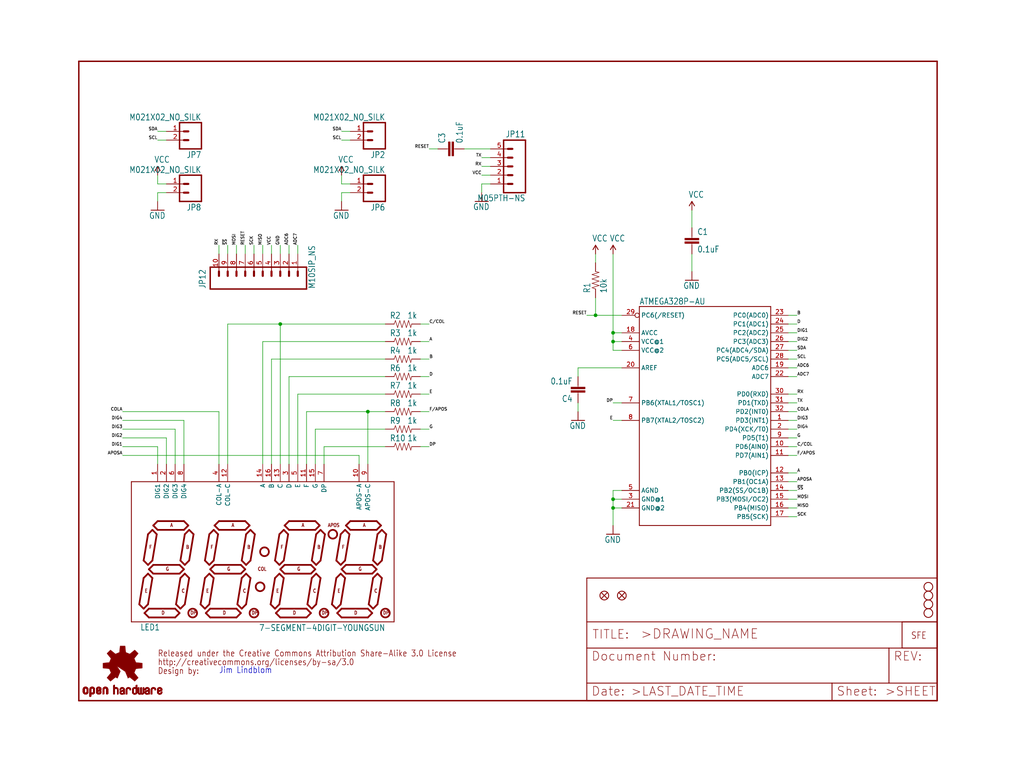
<source format=kicad_sch>
(kicad_sch (version 20211123) (generator eeschema)
  (paper "User" 297.002 223.926)
  (lib_symbols
    (symbol "eagleSchem-eagle-import:7-SEGMENT-4DIGIT-YOUNGSUN"
      (property "Reference" "LED" (at -35.56 -20.32 0))
      (property "Value" "7-SEGMENT-4DIGIT-YOUNGSUN" (at 35.56 -18.542 0))
      (symbol "7-SEGMENT-4DIGIT-YOUNGSUN_1_0"
        (text "A" (at -26.924 9.652 0) (effects (font (size 1.016 0.8636) (thickness 0.1727) bold) (justify left bottom)))
        (text "A" (at -9.144 9.652 0) (effects (font (size 1.016 0.8636) (thickness 0.1727) bold) (justify left bottom)))
        (text "A" (at 11.176 9.652 0) (effects (font (size 1.016 0.8636) (thickness 0.1727) bold) (justify left bottom)))
        (text "A" (at 28.956 9.652 0) (effects (font (size 1.016 0.8636) (thickness 0.1727) bold) (justify left bottom)))
        (text "APOS" (at 18.796 9.652 0) (effects (font (size 1.016 0.8636) (thickness 0.1727) bold) (justify left bottom)))
        (text "B" (at -22.352 3.302 0) (effects (font (size 1.016 0.8636) (thickness 0.1727) bold) (justify left bottom)))
        (text "B" (at -4.572 3.302 0) (effects (font (size 1.016 0.8636) (thickness 0.1727) bold) (justify left bottom)))
        (text "B" (at 15.748 3.302 0) (effects (font (size 1.016 0.8636) (thickness 0.1727) bold) (justify left bottom)))
        (text "B" (at 33.528 3.302 0) (effects (font (size 1.016 0.8636) (thickness 0.1727) bold) (justify left bottom)))
        (text "C" (at -23.622 -9.398 0) (effects (font (size 1.016 0.8636) (thickness 0.1727) bold) (justify left bottom)))
        (text "C" (at -5.842 -9.398 0) (effects (font (size 1.016 0.8636) (thickness 0.1727) bold) (justify left bottom)))
        (text "C" (at 14.478 -9.398 0) (effects (font (size 1.016 0.8636) (thickness 0.1727) bold) (justify left bottom)))
        (text "C" (at 32.258 -9.398 0) (effects (font (size 1.016 0.8636) (thickness 0.1727) bold) (justify left bottom)))
        (text "COL" (at -1.524 -3.048 0) (effects (font (size 1.016 0.8636) (thickness 0.1727) bold) (justify left bottom)))
        (text "D" (at -29.464 -15.748 0) (effects (font (size 1.016 0.8636) (thickness 0.1727) bold) (justify left bottom)))
        (text "D" (at -11.684 -15.748 0) (effects (font (size 1.016 0.8636) (thickness 0.1727) bold) (justify left bottom)))
        (text "D" (at 8.636 -15.748 0) (effects (font (size 1.016 0.8636) (thickness 0.1727) bold) (justify left bottom)))
        (text "D" (at 26.416 -15.748 0) (effects (font (size 1.016 0.8636) (thickness 0.1727) bold) (justify left bottom)))
        (text "DP" (at -21.082 -15.748 0) (effects (font (size 1.016 0.8636) (thickness 0.1727) bold) (justify left bottom)))
        (text "DP" (at -3.302 -15.748 0) (effects (font (size 1.016 0.8636) (thickness 0.1727) bold) (justify left bottom)))
        (text "DP" (at 17.018 -15.748 0) (effects (font (size 1.016 0.8636) (thickness 0.1727) bold) (justify left bottom)))
        (text "DP" (at 34.798 -15.748 0) (effects (font (size 1.016 0.8636) (thickness 0.1727) bold) (justify left bottom)))
        (text "E" (at -34.29 -9.398 0) (effects (font (size 1.016 0.8636) (thickness 0.1727) bold) (justify left bottom)))
        (text "E" (at -16.51 -9.398 0) (effects (font (size 1.016 0.8636) (thickness 0.1727) bold) (justify left bottom)))
        (text "E" (at 3.81 -9.398 0) (effects (font (size 1.016 0.8636) (thickness 0.1727) bold) (justify left bottom)))
        (text "E" (at 21.59 -9.398 0) (effects (font (size 1.016 0.8636) (thickness 0.1727) bold) (justify left bottom)))
        (text "F" (at -33.02 3.302 0) (effects (font (size 1.016 0.8636) (thickness 0.1727) bold) (justify left bottom)))
        (text "F" (at -15.24 3.302 0) (effects (font (size 1.016 0.8636) (thickness 0.1727) bold) (justify left bottom)))
        (text "F" (at 5.08 3.302 0) (effects (font (size 1.016 0.8636) (thickness 0.1727) bold) (justify left bottom)))
        (text "F" (at 22.86 3.302 0) (effects (font (size 1.016 0.8636) (thickness 0.1727) bold) (justify left bottom)))
        (text "G" (at -28.194 -3.048 0) (effects (font (size 1.016 0.8636) (thickness 0.1727) bold) (justify left bottom)))
        (text "G" (at -10.414 -3.048 0) (effects (font (size 1.016 0.8636) (thickness 0.1727) bold) (justify left bottom)))
        (text "G" (at 9.906 -3.048 0) (effects (font (size 1.016 0.8636) (thickness 0.1727) bold) (justify left bottom)))
        (text "G" (at 27.686 -3.048 0) (effects (font (size 1.016 0.8636) (thickness 0.1727) bold) (justify left bottom)))
        (pin bidirectional line (at -30.48 27.94 270) (length 5.08) (name "DIG1") (number "1"))
        (pin bidirectional line (at 27.94 27.94 270) (length 5.08) (name "APOS-A") (number "10"))
        (pin bidirectional line (at 12.7 27.94 270) (length 5.08) (name "F") (number "11"))
        (pin bidirectional line (at -10.16 27.94 270) (length 5.08) (name "COL-C") (number "12"))
        (pin bidirectional line (at 5.08 27.94 270) (length 5.08) (name "C") (number "13"))
        (pin bidirectional line (at 0 27.94 270) (length 5.08) (name "A") (number "14"))
        (pin bidirectional line (at 15.24 27.94 270) (length 5.08) (name "G") (number "15"))
        (pin bidirectional line (at 2.54 27.94 270) (length 5.08) (name "B") (number "16"))
        (pin bidirectional line (at -27.94 27.94 270) (length 5.08) (name "DIG2") (number "2"))
        (pin bidirectional line (at 7.62 27.94 270) (length 5.08) (name "D") (number "3"))
        (pin bidirectional line (at -12.7 27.94 270) (length 5.08) (name "COL-A") (number "4"))
        (pin bidirectional line (at 10.16 27.94 270) (length 5.08) (name "E") (number "5"))
        (pin bidirectional line (at -25.4 27.94 270) (length 5.08) (name "DIG3") (number "6"))
        (pin bidirectional line (at 17.78 27.94 270) (length 5.08) (name "DP") (number "7"))
        (pin bidirectional line (at -22.86 27.94 270) (length 5.08) (name "DIG4") (number "8"))
        (pin bidirectional line (at 30.48 27.94 270) (length 5.08) (name "APOS-C") (number "9"))
      )
    )
    (symbol "eagleSchem-eagle-import:ATMEGA168"
      (property "Reference" "U" (at -17.78 -38.1 0))
      (property "Value" "ATMEGA168" (at -17.78 28.448 0))
      (symbol "ATMEGA168_1_0"
        (pin bidirectional line (at 25.4 -5.08 180) (length 5.08) (name "PD3(INT1)") (number "1"))
        (pin bidirectional line (at 25.4 -12.7 180) (length 5.08) (name "PD6(AIN0)") (number "10"))
        (pin bidirectional line (at 25.4 -15.24 180) (length 5.08) (name "PD7(AIN1)") (number "11"))
        (pin bidirectional line (at 25.4 -20.32 180) (length 5.08) (name "PB0(ICP)") (number "12"))
        (pin bidirectional line (at 25.4 -22.86 180) (length 5.08) (name "PB1(OC1A)") (number "13"))
        (pin bidirectional line (at 25.4 -25.4 180) (length 5.08) (name "PB2(SS/OC1B)") (number "14"))
        (pin bidirectional line (at 25.4 -27.94 180) (length 5.08) (name "PB3(MOSI/OC2)") (number "15"))
        (pin bidirectional line (at 25.4 -30.48 180) (length 5.08) (name "PB4(MISO)") (number "16"))
        (pin bidirectional line (at 25.4 -33.02 180) (length 5.08) (name "PB5(SCK)") (number "17"))
        (pin bidirectional line (at -22.86 20.32 0) (length 5.08) (name "AVCC") (number "18"))
        (pin bidirectional line (at 25.4 10.16 180) (length 5.08) (name "ADC6") (number "19"))
        (pin bidirectional line (at 25.4 -7.62 180) (length 5.08) (name "PD4(XCK/T0)") (number "2"))
        (pin bidirectional line (at -22.86 10.16 0) (length 5.08) (name "AREF") (number "20"))
        (pin bidirectional line (at -22.86 -30.48 0) (length 5.08) (name "GND@2") (number "21"))
        (pin bidirectional line (at 25.4 7.62 180) (length 5.08) (name "ADC7") (number "22"))
        (pin bidirectional line (at 25.4 25.4 180) (length 5.08) (name "PC0(ADC0)") (number "23"))
        (pin bidirectional line (at 25.4 22.86 180) (length 5.08) (name "PC1(ADC1)") (number "24"))
        (pin bidirectional line (at 25.4 20.32 180) (length 5.08) (name "PC2(ADC2)") (number "25"))
        (pin bidirectional line (at 25.4 17.78 180) (length 5.08) (name "PC3(ADC3)") (number "26"))
        (pin bidirectional line (at 25.4 15.24 180) (length 5.08) (name "PC4(ADC4/SDA)") (number "27"))
        (pin bidirectional line (at 25.4 12.7 180) (length 5.08) (name "PC5(ADC5/SCL)") (number "28"))
        (pin bidirectional inverted (at -22.86 25.4 0) (length 5.08) (name "PC6(/RESET)") (number "29"))
        (pin bidirectional line (at -22.86 -27.94 0) (length 5.08) (name "GND@1") (number "3"))
        (pin bidirectional line (at 25.4 2.54 180) (length 5.08) (name "PD0(RXD)") (number "30"))
        (pin bidirectional line (at 25.4 0 180) (length 5.08) (name "PD1(TXD)") (number "31"))
        (pin bidirectional line (at 25.4 -2.54 180) (length 5.08) (name "PD2(INT0)") (number "32"))
        (pin bidirectional line (at -22.86 17.78 0) (length 5.08) (name "VCC@1") (number "4"))
        (pin bidirectional line (at -22.86 -25.4 0) (length 5.08) (name "AGND") (number "5"))
        (pin bidirectional line (at -22.86 15.24 0) (length 5.08) (name "VCC@2") (number "6"))
        (pin bidirectional line (at -22.86 0 0) (length 5.08) (name "PB6(XTAL1/TOSC1)") (number "7"))
        (pin bidirectional line (at -22.86 -5.08 0) (length 5.08) (name "PB7(XTAL2/TOSC2)") (number "8"))
        (pin bidirectional line (at 25.4 -10.16 180) (length 5.08) (name "PD5(T1)") (number "9"))
      )
    )
    (symbol "eagleSchem-eagle-import:CAP0402-CAP"
      (property "Reference" "C" (at 1.524 2.921 0))
      (property "Value" "CAP0402-CAP" (at 1.524 -2.159 0))
      (symbol "CAP0402-CAP_1_0"
        (pin passive line (at 0 5.08 270) (length 2.54) (name "1") (number "1"))
        (pin passive line (at 0 -2.54 90) (length 2.54) (name "2") (number "2"))
      )
    )
    (symbol "eagleSchem-eagle-import:CREATIVE_COMMONS"
      (symbol "CREATIVE_COMMONS_1_0"
        (text "Design by:" (at 0 0 0) (effects (font (size 1.778 1.5113)) (justify left bottom)))
        (text "http://creativecommons.org/licenses/by-sa/3.0" (at 0 2.54 0) (effects (font (size 1.778 1.5113)) (justify left bottom)))
        (text "Released under the Creative Commons Attribution Share-Alike 3.0 License" (at 0 5.08 0) (effects (font (size 1.778 1.5113)) (justify left bottom)))
      )
    )
    (symbol "eagleSchem-eagle-import:FIDUCIALUFIDUCIAL")
    (symbol "eagleSchem-eagle-import:FRAME-LETTER"
      (symbol "FRAME-LETTER_2_0"
        (text ">DRAWING_NAME" (at 15.494 17.78 0) (effects (font (size 2.7432 2.7432)) (justify left bottom)))
        (text ">LAST_DATE_TIME" (at 12.7 1.27 0) (effects (font (size 2.54 2.54)) (justify left bottom)))
        (text ">SHEET" (at 86.36 1.27 0) (effects (font (size 2.54 2.54)) (justify left bottom)))
        (text "Date:" (at 1.27 1.27 0) (effects (font (size 2.54 2.54)) (justify left bottom)))
        (text "Document Number:" (at 1.27 11.43 0) (effects (font (size 2.54 2.54)) (justify left bottom)))
        (text "REV:" (at 88.9 11.43 0) (effects (font (size 2.54 2.54)) (justify left bottom)))
        (text "Sheet:" (at 72.39 1.27 0) (effects (font (size 2.54 2.54)) (justify left bottom)))
        (text "TITLE:" (at 1.524 17.78 0) (effects (font (size 2.54 2.54)) (justify left bottom)))
      )
    )
    (symbol "eagleSchem-eagle-import:GND" (power)
      (property "Value" "GND" (at -2.54 -2.54 0))
      (symbol "GND_1_0"
        (pin power_in line (at 0 2.54 270) (length 2.54) (name "GND") (number "1"))
      )
    )
    (symbol "eagleSchem-eagle-import:LOGO-SFESK"
      (symbol "LOGO-SFESK_1_0"
        (text "SFE" (at 0 0 0) (effects (font (size 1.9304 1.6408)) (justify left bottom)))
      )
    )
    (symbol "eagleSchem-eagle-import:M021X02_NO_SILK"
      (property "Reference" "JP" (at -2.54 5.842 0))
      (property "Value" "M021X02_NO_SILK" (at -2.54 -5.08 0))
      (symbol "M021X02_NO_SILK_1_0"
        (pin passive line (at 7.62 0 180) (length 5.08) (name "1") (number "1"))
        (pin passive line (at 7.62 2.54 180) (length 5.08) (name "2") (number "2"))
      )
    )
    (symbol "eagleSchem-eagle-import:M05PTH-NS"
      (property "Reference" "JP" (at -2.54 8.382 0))
      (property "Value" "M05PTH-NS" (at -2.54 -10.16 0))
      (symbol "M05PTH-NS_1_0"
        (pin passive line (at 7.62 -5.08 180) (length 5.08) (name "1") (number "1"))
        (pin passive line (at 7.62 -2.54 180) (length 5.08) (name "2") (number "2"))
        (pin passive line (at 7.62 0 180) (length 5.08) (name "3") (number "3"))
        (pin passive line (at 7.62 2.54 180) (length 5.08) (name "4") (number "4"))
        (pin passive line (at 7.62 5.08 180) (length 5.08) (name "5") (number "5"))
      )
    )
    (symbol "eagleSchem-eagle-import:M10SIP_NS"
      (property "Reference" "JP" (at 0 8.89 0))
      (property "Value" "M10SIP_NS" (at 0 -22.86 0))
      (symbol "M10SIP_NS_1_0"
        (pin passive line (at 10.16 -17.78 180) (length 5.08) (name "1") (number "1"))
        (pin passive line (at 10.16 5.08 180) (length 5.08) (name "10") (number "10"))
        (pin passive line (at 10.16 -15.24 180) (length 5.08) (name "2") (number "2"))
        (pin passive line (at 10.16 -12.7 180) (length 5.08) (name "3") (number "3"))
        (pin passive line (at 10.16 -10.16 180) (length 5.08) (name "4") (number "4"))
        (pin passive line (at 10.16 -7.62 180) (length 5.08) (name "5") (number "5"))
        (pin passive line (at 10.16 -5.08 180) (length 5.08) (name "6") (number "6"))
        (pin passive line (at 10.16 -2.54 180) (length 5.08) (name "7") (number "7"))
        (pin passive line (at 10.16 0 180) (length 5.08) (name "8") (number "8"))
        (pin passive line (at 10.16 2.54 180) (length 5.08) (name "9") (number "9"))
      )
    )
    (symbol "eagleSchem-eagle-import:OSHW-LOGOS")
    (symbol "eagleSchem-eagle-import:RESISTOR0402-RES"
      (property "Reference" "R" (at -3.81 1.4986 0))
      (property "Value" "RESISTOR0402-RES" (at -3.81 -3.302 0))
      (symbol "RESISTOR0402-RES_1_0"
        (pin passive line (at -5.08 0 0) (length 2.54) (name "1") (number "1"))
        (pin passive line (at 5.08 0 180) (length 2.54) (name "2") (number "2"))
      )
    )
    (symbol "eagleSchem-eagle-import:STAND-OFF")
    (symbol "eagleSchem-eagle-import:VCC" (power)
      (property "Value" "VCC" (at -1.016 3.556 0))
      (symbol "VCC_1_0"
        (pin power_in line (at 0 0 90) (length 2.54) (name "VCC") (number "1"))
      )
    )
  )
  (junction (at 106.68 119.38))
  (junction (at 172.72 91.44))
  (junction (at 81.28 93.98))
  (junction (at 177.8 99.06))
  (junction (at 177.8 96.52))
  (junction (at 177.8 147.32))
  (junction (at 177.8 144.78))
  (wire (pts (xy 142.24 45.72) (xy 139.7 45.72)))
  (wire (pts (xy 83.82 73.66) (xy 83.82 71.12)))
  (wire (pts (xy 45.72 129.54) (xy 35.56 129.54)))
  (wire (pts (xy 127 43.18) (xy 124.46 43.18)))
  (wire (pts (xy 48.26 53.34) (xy 45.72 53.34)))
  (wire (pts (xy 228.6 109.22) (xy 231.14 109.22)))
  (wire (pts (xy 228.6 114.3) (xy 231.14 114.3)))
  (wire (pts (xy 106.68 119.38) (xy 88.9 119.38)))
  (wire (pts (xy 81.28 93.98) (xy 66.04 93.98)))
  (wire (pts (xy 200.66 73.66) (xy 200.66 78.74)))
  (wire (pts (xy 106.68 134.62) (xy 106.68 119.38)))
  (wire (pts (xy 180.34 121.92) (xy 177.8 121.92)))
  (wire (pts (xy 111.76 114.3) (xy 86.36 114.3)))
  (wire (pts (xy 177.8 99.06) (xy 177.8 96.52)))
  (wire (pts (xy 63.5 134.62) (xy 63.5 119.38)))
  (wire (pts (xy 101.6 55.88) (xy 99.06 55.88)))
  (wire (pts (xy 88.9 119.38) (xy 88.9 134.62)))
  (wire (pts (xy 101.6 40.64) (xy 99.06 40.64)))
  (wire (pts (xy 228.6 142.24) (xy 231.14 142.24)))
  (wire (pts (xy 66.04 93.98) (xy 66.04 134.62)))
  (wire (pts (xy 180.34 144.78) (xy 177.8 144.78)))
  (wire (pts (xy 111.76 104.14) (xy 78.74 104.14)))
  (wire (pts (xy 45.72 134.62) (xy 45.72 129.54)))
  (wire (pts (xy 228.6 101.6) (xy 231.14 101.6)))
  (wire (pts (xy 228.6 132.08) (xy 231.14 132.08)))
  (wire (pts (xy 81.28 134.62) (xy 81.28 93.98)))
  (wire (pts (xy 121.92 124.46) (xy 124.46 124.46)))
  (wire (pts (xy 121.92 114.3) (xy 124.46 114.3)))
  (wire (pts (xy 167.64 119.38) (xy 167.64 116.84)))
  (wire (pts (xy 121.92 93.98) (xy 124.46 93.98)))
  (wire (pts (xy 86.36 73.66) (xy 86.36 71.12)))
  (wire (pts (xy 66.04 73.66) (xy 66.04 71.12)))
  (wire (pts (xy 228.6 91.44) (xy 231.14 91.44)))
  (wire (pts (xy 177.8 144.78) (xy 177.8 147.32)))
  (wire (pts (xy 228.6 137.16) (xy 231.14 137.16)))
  (wire (pts (xy 142.24 48.26) (xy 139.7 48.26)))
  (wire (pts (xy 180.34 91.44) (xy 172.72 91.44)))
  (wire (pts (xy 228.6 116.84) (xy 231.14 116.84)))
  (wire (pts (xy 78.74 73.66) (xy 78.74 71.12)))
  (wire (pts (xy 172.72 91.44) (xy 172.72 86.36)))
  (wire (pts (xy 180.34 101.6) (xy 177.8 101.6)))
  (wire (pts (xy 172.72 91.44) (xy 170.18 91.44)))
  (wire (pts (xy 121.92 109.22) (xy 124.46 109.22)))
  (wire (pts (xy 180.34 142.24) (xy 177.8 142.24)))
  (wire (pts (xy 101.6 53.34) (xy 99.06 53.34)))
  (wire (pts (xy 180.34 106.68) (xy 167.64 106.68)))
  (wire (pts (xy 180.34 96.52) (xy 177.8 96.52)))
  (wire (pts (xy 99.06 53.34) (xy 99.06 50.8)))
  (wire (pts (xy 228.6 139.7) (xy 231.14 139.7)))
  (wire (pts (xy 48.26 40.64) (xy 45.72 40.64)))
  (wire (pts (xy 73.66 73.66) (xy 73.66 71.12)))
  (wire (pts (xy 99.06 58.42) (xy 99.06 55.88)))
  (wire (pts (xy 228.6 124.46) (xy 231.14 124.46)))
  (wire (pts (xy 111.76 109.22) (xy 83.82 109.22)))
  (wire (pts (xy 45.72 58.42) (xy 45.72 55.88)))
  (wire (pts (xy 172.72 76.2) (xy 172.72 73.66)))
  (wire (pts (xy 111.76 93.98) (xy 81.28 93.98)))
  (wire (pts (xy 63.5 73.66) (xy 63.5 71.12)))
  (wire (pts (xy 48.26 38.1) (xy 45.72 38.1)))
  (wire (pts (xy 139.7 55.88) (xy 139.7 53.34)))
  (wire (pts (xy 68.58 73.66) (xy 68.58 71.12)))
  (wire (pts (xy 180.34 116.84) (xy 177.8 116.84)))
  (wire (pts (xy 228.6 99.06) (xy 231.14 99.06)))
  (wire (pts (xy 53.34 121.92) (xy 35.56 121.92)))
  (wire (pts (xy 86.36 114.3) (xy 86.36 134.62)))
  (wire (pts (xy 180.34 147.32) (xy 177.8 147.32)))
  (wire (pts (xy 180.34 99.06) (xy 177.8 99.06)))
  (wire (pts (xy 228.6 121.92) (xy 231.14 121.92)))
  (wire (pts (xy 177.8 147.32) (xy 177.8 152.4)))
  (wire (pts (xy 71.12 73.66) (xy 71.12 71.12)))
  (wire (pts (xy 104.14 134.62) (xy 104.14 132.08)))
  (wire (pts (xy 76.2 99.06) (xy 76.2 134.62)))
  (wire (pts (xy 177.8 101.6) (xy 177.8 99.06)))
  (wire (pts (xy 45.72 53.34) (xy 45.72 50.8)))
  (wire (pts (xy 111.76 119.38) (xy 106.68 119.38)))
  (wire (pts (xy 228.6 106.68) (xy 231.14 106.68)))
  (wire (pts (xy 81.28 73.66) (xy 81.28 71.12)))
  (wire (pts (xy 228.6 127) (xy 231.14 127)))
  (wire (pts (xy 48.26 127) (xy 35.56 127)))
  (wire (pts (xy 121.92 129.54) (xy 124.46 129.54)))
  (wire (pts (xy 167.64 106.68) (xy 167.64 109.22)))
  (wire (pts (xy 50.8 134.62) (xy 50.8 124.46)))
  (wire (pts (xy 50.8 124.46) (xy 35.56 124.46)))
  (wire (pts (xy 228.6 149.86) (xy 231.14 149.86)))
  (wire (pts (xy 228.6 96.52) (xy 231.14 96.52)))
  (wire (pts (xy 78.74 104.14) (xy 78.74 134.62)))
  (wire (pts (xy 200.66 66.04) (xy 200.66 60.96)))
  (wire (pts (xy 228.6 144.78) (xy 231.14 144.78)))
  (wire (pts (xy 121.92 119.38) (xy 124.46 119.38)))
  (wire (pts (xy 91.44 124.46) (xy 111.76 124.46)))
  (wire (pts (xy 228.6 129.54) (xy 231.14 129.54)))
  (wire (pts (xy 121.92 104.14) (xy 124.46 104.14)))
  (wire (pts (xy 111.76 99.06) (xy 76.2 99.06)))
  (wire (pts (xy 83.82 109.22) (xy 83.82 134.62)))
  (wire (pts (xy 142.24 53.34) (xy 139.7 53.34)))
  (wire (pts (xy 228.6 119.38) (xy 231.14 119.38)))
  (wire (pts (xy 48.26 55.88) (xy 45.72 55.88)))
  (wire (pts (xy 177.8 96.52) (xy 177.8 73.66)))
  (wire (pts (xy 101.6 38.1) (xy 99.06 38.1)))
  (wire (pts (xy 93.98 129.54) (xy 111.76 129.54)))
  (wire (pts (xy 63.5 119.38) (xy 35.56 119.38)))
  (wire (pts (xy 76.2 73.66) (xy 76.2 71.12)))
  (wire (pts (xy 93.98 134.62) (xy 93.98 129.54)))
  (wire (pts (xy 48.26 134.62) (xy 48.26 127)))
  (wire (pts (xy 177.8 142.24) (xy 177.8 144.78)))
  (wire (pts (xy 142.24 50.8) (xy 139.7 50.8)))
  (wire (pts (xy 121.92 99.06) (xy 124.46 99.06)))
  (wire (pts (xy 228.6 93.98) (xy 231.14 93.98)))
  (wire (pts (xy 104.14 132.08) (xy 35.56 132.08)))
  (wire (pts (xy 53.34 134.62) (xy 53.34 121.92)))
  (wire (pts (xy 91.44 134.62) (xy 91.44 124.46)))
  (wire (pts (xy 134.62 43.18) (xy 142.24 43.18)))
  (wire (pts (xy 228.6 147.32) (xy 231.14 147.32)))
  (wire (pts (xy 228.6 104.14) (xy 231.14 104.14)))
  (text "Jim Lindblom" (at 63.5 195.58 180) (effects (font (size 1.778 1.5113)) (justify left bottom)))
  (label "DIG1" (at 35.56 129.54 180) (effects (font (size 0.889 0.889))))
  (label "MOSI" (at 68.58 71.12 90) (effects (font (size 0.889 0.889))))
  (label "DIG3" (at 231.14 121.92 0) (effects (font (size 0.889 0.889))))
  (label "TX" (at 139.7 45.72 180) (effects (font (size 0.889 0.889))))
  (label "DIG4" (at 35.56 121.92 180) (effects (font (size 0.889 0.889))))
  (label "ADC7" (at 86.36 71.12 90) (effects (font (size 0.889 0.889))))
  (label "A" (at 124.46 99.06 0) (effects (font (size 0.889 0.889))))
  (label "SCL" (at 45.72 40.64 180) (effects (font (size 0.889 0.889))))
  (label "E" (at 177.8 121.92 180) (effects (font (size 0.889 0.889))))
  (label "COLA" (at 231.14 119.38 0) (effects (font (size 0.889 0.889))))
  (label "C/COL" (at 231.14 129.54 0) (effects (font (size 0.889 0.889))))
  (label "ADC6" (at 83.82 71.12 90) (effects (font (size 0.889 0.889))))
  (label "MISO" (at 231.14 147.32 0) (effects (font (size 0.889 0.889))))
  (label "B" (at 231.14 91.44 0) (effects (font (size 0.889 0.889))))
  (label "COLA" (at 35.56 119.38 180) (effects (font (size 0.889 0.889))))
  (label "SCK" (at 231.14 149.86 0) (effects (font (size 0.889 0.889))))
  (label "RESET" (at 124.46 43.18 180) (effects (font (size 0.889 0.889))))
  (label "GND" (at 81.28 71.12 90) (effects (font (size 0.889 0.889))))
  (label "SDA" (at 231.14 101.6 0) (effects (font (size 0.889 0.889))))
  (label "APOSA" (at 35.56 132.08 180) (effects (font (size 0.889 0.889))))
  (label "~{SS}" (at 231.14 142.24 0) (effects (font (size 0.889 0.889))))
  (label "~{SS}" (at 66.04 71.12 90) (effects (font (size 0.889 0.889))))
  (label "RESET" (at 71.12 71.12 90) (effects (font (size 0.889 0.889))))
  (label "ADC6" (at 231.14 106.68 0) (effects (font (size 0.889 0.889))))
  (label "DIG2" (at 231.14 99.06 0) (effects (font (size 0.889 0.889))))
  (label "RX" (at 63.5 71.12 90) (effects (font (size 0.889 0.889))))
  (label "SCK" (at 73.66 71.12 90) (effects (font (size 0.889 0.889))))
  (label "D" (at 124.46 109.22 0) (effects (font (size 0.889 0.889))))
  (label "RX" (at 231.14 114.3 0) (effects (font (size 0.889 0.889))))
  (label "APOSA" (at 231.14 139.7 0) (effects (font (size 0.889 0.889))))
  (label "F/APOS" (at 124.46 119.38 0) (effects (font (size 0.889 0.889))))
  (label "DIG2" (at 35.56 127 180) (effects (font (size 0.889 0.889))))
  (label "SDA" (at 45.72 38.1 180) (effects (font (size 0.889 0.889))))
  (label "RESET" (at 170.18 91.44 180) (effects (font (size 0.889 0.889))))
  (label "SCL" (at 231.14 104.14 0) (effects (font (size 0.889 0.889))))
  (label "DIG1" (at 231.14 96.52 0) (effects (font (size 0.889 0.889))))
  (label "SCL" (at 99.06 40.64 180) (effects (font (size 0.889 0.889))))
  (label "G" (at 231.14 127 0) (effects (font (size 0.889 0.889))))
  (label "DIG3" (at 35.56 124.46 180) (effects (font (size 0.889 0.889))))
  (label "SDA" (at 99.06 38.1 180) (effects (font (size 0.889 0.889))))
  (label "TX" (at 231.14 116.84 0) (effects (font (size 0.889 0.889))))
  (label "MISO" (at 76.2 71.12 90) (effects (font (size 0.889 0.889))))
  (label "C/COL" (at 124.46 93.98 0) (effects (font (size 0.889 0.889))))
  (label "B" (at 124.46 104.14 0) (effects (font (size 0.889 0.889))))
  (label "DIG4" (at 231.14 124.46 0) (effects (font (size 0.889 0.889))))
  (label "ADC7" (at 231.14 109.22 0) (effects (font (size 0.889 0.889))))
  (label "DP" (at 124.46 129.54 0) (effects (font (size 0.889 0.889))))
  (label "RX" (at 139.7 48.26 180) (effects (font (size 0.889 0.889))))
  (label "VCC" (at 139.7 50.8 180) (effects (font (size 0.889 0.889))))
  (label "D" (at 231.14 93.98 0) (effects (font (size 0.889 0.889))))
  (label "G" (at 124.46 124.46 0) (effects (font (size 0.889 0.889))))
  (label "E" (at 124.46 114.3 0) (effects (font (size 0.889 0.889))))
  (label "MOSI" (at 231.14 144.78 0) (effects (font (size 0.889 0.889))))
  (label "VCC" (at 78.74 71.12 90) (effects (font (size 0.889 0.889))))
  (label "F/APOS" (at 231.14 132.08 0) (effects (font (size 0.889 0.889))))
  (label "DP" (at 177.8 116.84 180) (effects (font (size 0.889 0.889))))
  (label "A" (at 231.14 137.16 0) (effects (font (size 0.889 0.889))))
  (symbol (lib_id "eagleSchem-eagle-import:RESISTOR0402-RES") (at 116.84 99.06 0) (unit 1)
    (property "Reference" "R3" (at 113.03 97.5614 0) (effects (font (size 1.778 1.5113)) (justify left bottom)))
    (property "Value" "1k" (at 118.11 97.536 0) (effects (font (size 1.778 1.5113)) (justify left bottom)))
    (property "Footprint" "eagleSchem:0402-RES" (effects hide))
  )
  (symbol (lib_id "eagleSchem-eagle-import:CAP0402-CAP") (at 132.08 43.18 90) (unit 1)
    (property "Reference" "C3" (at 129.159 41.656 0) (effects (font (size 1.778 1.5113)) (justify left bottom)))
    (property "Value" "0.1uF" (at 134.239 41.656 0) (effects (font (size 1.778 1.5113)) (justify left bottom)))
    (property "Footprint" "eagleSchem:0402-CAP" (effects hide))
  )
  (symbol (lib_id "eagleSchem-eagle-import:FRAME-LETTER") (at 22.86 203.2 0) (unit 1)
    (property "Reference" "#FRAME1" (effects hide))
    (property "Value" "FRAME-LETTER" (effects hide))
    (property "Footprint" "eagleSchem:" (effects hide))
  )
  (symbol (lib_id "eagleSchem-eagle-import:GND") (at 177.8 154.94 0) (unit 1)
    (property "Reference" "#GND1" (effects hide))
    (property "Value" "GND" (at 175.26 157.48 0) (effects (font (size 1.778 1.5113)) (justify left bottom)))
    (property "Footprint" "eagleSchem:" (effects hide))
  )
  (symbol (lib_id "eagleSchem-eagle-import:7-SEGMENT-4DIGIT-YOUNGSUN") (at 76.2 162.56 0) (unit 1)
    (property "Reference" "LED1" (at 40.64 182.88 0) (effects (font (size 1.778 1.5113)) (justify left bottom)))
    (property "Value" "7-SEGMENT-4DIGIT-YOUNGSUN" (at 111.76 181.102 0) (effects (font (size 1.778 1.5113)) (justify right top)))
    (property "Footprint" "eagleSchem:7-SEGMENT-4DIGIT-YOUNGSUN" (effects hide))
  )
  (symbol (lib_id "eagleSchem-eagle-import:GND") (at 45.72 60.96 0) (unit 1)
    (property "Reference" "#GND3" (effects hide))
    (property "Value" "GND" (at 43.18 63.5 0) (effects (font (size 1.778 1.5113)) (justify left bottom)))
    (property "Footprint" "eagleSchem:" (effects hide))
  )
  (symbol (lib_id "eagleSchem-eagle-import:GND") (at 139.7 58.42 0) (unit 1)
    (property "Reference" "#GND7" (effects hide))
    (property "Value" "GND" (at 137.16 60.96 0) (effects (font (size 1.778 1.5113)) (justify left bottom)))
    (property "Footprint" "eagleSchem:" (effects hide))
  )
  (symbol (lib_id "eagleSchem-eagle-import:M021X02_NO_SILK") (at 55.88 38.1 180) (unit 1)
    (property "Reference" "JP7" (at 58.42 43.942 0) (effects (font (size 1.778 1.5113)) (justify left bottom)))
    (property "Value" "M021X02_NO_SILK" (at 58.42 33.02 0) (effects (font (size 1.778 1.5113)) (justify left bottom)))
    (property "Footprint" "eagleSchem:1X02_NO_SILK" (effects hide))
  )
  (symbol (lib_id "eagleSchem-eagle-import:STAND-OFF") (at 269.24 175.26 0) (unit 1)
    (property "Reference" "JP4" (effects hide))
    (property "Value" "STAND-OFF" (effects hide))
    (property "Footprint" "eagleSchem:STAND-OFF" (effects hide))
  )
  (symbol (lib_id "eagleSchem-eagle-import:RESISTOR0402-RES") (at 116.84 119.38 0) (unit 1)
    (property "Reference" "R8" (at 113.03 117.8814 0) (effects (font (size 1.778 1.5113)) (justify left bottom)))
    (property "Value" "1k" (at 118.11 117.856 0) (effects (font (size 1.778 1.5113)) (justify left bottom)))
    (property "Footprint" "eagleSchem:0402-RES" (effects hide))
  )
  (symbol (lib_id "eagleSchem-eagle-import:STAND-OFF") (at 269.24 177.8 0) (unit 1)
    (property "Reference" "JP5" (effects hide))
    (property "Value" "STAND-OFF" (effects hide))
    (property "Footprint" "eagleSchem:STAND-OFF" (effects hide))
  )
  (symbol (lib_id "eagleSchem-eagle-import:GND") (at 200.66 81.28 0) (unit 1)
    (property "Reference" "#GND4" (effects hide))
    (property "Value" "GND" (at 198.12 83.82 0) (effects (font (size 1.778 1.5113)) (justify left bottom)))
    (property "Footprint" "eagleSchem:" (effects hide))
  )
  (symbol (lib_id "eagleSchem-eagle-import:CAP0402-CAP") (at 200.66 71.12 0) (unit 1)
    (property "Reference" "C1" (at 202.184 68.199 0) (effects (font (size 1.778 1.5113)) (justify left bottom)))
    (property "Value" "0.1uF" (at 202.184 73.279 0) (effects (font (size 1.778 1.5113)) (justify left bottom)))
    (property "Footprint" "eagleSchem:0402-CAP" (effects hide))
  )
  (symbol (lib_id "eagleSchem-eagle-import:RESISTOR0402-RES") (at 116.84 93.98 0) (unit 1)
    (property "Reference" "R2" (at 113.03 92.4814 0) (effects (font (size 1.778 1.5113)) (justify left bottom)))
    (property "Value" "1k" (at 118.11 92.456 0) (effects (font (size 1.778 1.5113)) (justify left bottom)))
    (property "Footprint" "eagleSchem:0402-RES" (effects hide))
  )
  (symbol (lib_id "eagleSchem-eagle-import:FIDUCIALUFIDUCIAL") (at 175.26 172.72 0) (unit 1)
    (property "Reference" "JP9" (effects hide))
    (property "Value" "FIDUCIALUFIDUCIAL" (effects hide))
    (property "Footprint" "eagleSchem:MICRO-FIDUCIAL" (effects hide))
  )
  (symbol (lib_id "eagleSchem-eagle-import:RESISTOR0402-RES") (at 116.84 104.14 0) (unit 1)
    (property "Reference" "R4" (at 113.03 102.6414 0) (effects (font (size 1.778 1.5113)) (justify left bottom)))
    (property "Value" "1k" (at 118.11 102.616 0) (effects (font (size 1.778 1.5113)) (justify left bottom)))
    (property "Footprint" "eagleSchem:0402-RES" (effects hide))
  )
  (symbol (lib_id "eagleSchem-eagle-import:VCC") (at 172.72 73.66 0) (unit 1)
    (property "Reference" "#P+1" (effects hide))
    (property "Value" "VCC" (at 171.704 70.104 0) (effects (font (size 1.778 1.5113)) (justify left bottom)))
    (property "Footprint" "eagleSchem:" (effects hide))
  )
  (symbol (lib_id "eagleSchem-eagle-import:STAND-OFF") (at 269.24 170.18 0) (unit 1)
    (property "Reference" "JP1" (effects hide))
    (property "Value" "STAND-OFF" (effects hide))
    (property "Footprint" "eagleSchem:STAND-OFF" (effects hide))
  )
  (symbol (lib_id "eagleSchem-eagle-import:ATMEGA168") (at 203.2 116.84 0) (unit 1)
    (property "Reference" "ATMEGA328P-AU0" (effects hide))
    (property "Value" "ATMEGA328P-AU" (at 185.42 88.392 0) (effects (font (size 1.778 1.5113)) (justify left bottom)))
    (property "Footprint" "eagleSchem:TQFP32-08" (effects hide))
  )
  (symbol (lib_id "eagleSchem-eagle-import:VCC") (at 177.8 73.66 0) (unit 1)
    (property "Reference" "#P+2" (effects hide))
    (property "Value" "VCC" (at 176.784 70.104 0) (effects (font (size 1.778 1.5113)) (justify left bottom)))
    (property "Footprint" "eagleSchem:" (effects hide))
  )
  (symbol (lib_id "eagleSchem-eagle-import:LOGO-SFESK") (at 264.16 185.42 0) (unit 1)
    (property "Reference" "U$2" (effects hide))
    (property "Value" "LOGO-SFESK" (effects hide))
    (property "Footprint" "eagleSchem:SFE-LOGO-FLAME" (effects hide))
  )
  (symbol (lib_id "eagleSchem-eagle-import:STAND-OFF") (at 269.24 172.72 0) (unit 1)
    (property "Reference" "JP3" (effects hide))
    (property "Value" "STAND-OFF" (effects hide))
    (property "Footprint" "eagleSchem:STAND-OFF" (effects hide))
  )
  (symbol (lib_id "eagleSchem-eagle-import:M021X02_NO_SILK") (at 109.22 38.1 180) (unit 1)
    (property "Reference" "JP2" (at 111.76 43.942 0) (effects (font (size 1.778 1.5113)) (justify left bottom)))
    (property "Value" "M021X02_NO_SILK" (at 111.76 33.02 0) (effects (font (size 1.778 1.5113)) (justify left bottom)))
    (property "Footprint" "eagleSchem:1X02_NO_SILK" (effects hide))
  )
  (symbol (lib_id "eagleSchem-eagle-import:CREATIVE_COMMONS") (at 45.72 195.58 0) (unit 1)
    (property "Reference" "U$1" (effects hide))
    (property "Value" "CREATIVE_COMMONS" (effects hide))
    (property "Footprint" "eagleSchem:CREATIVE_COMMONS" (effects hide))
  )
  (symbol (lib_id "eagleSchem-eagle-import:M10SIP_NS") (at 68.58 83.82 90) (unit 1)
    (property "Reference" "JP12" (at 59.69 83.82 0) (effects (font (size 1.778 1.5113)) (justify left bottom)))
    (property "Value" "M10SIP_NS" (at 91.44 83.82 0) (effects (font (size 1.778 1.5113)) (justify left bottom)))
    (property "Footprint" "eagleSchem:1X10_NO_SILK" (effects hide))
  )
  (symbol (lib_id "eagleSchem-eagle-import:FRAME-LETTER") (at 170.18 203.2 0) (unit 2)
    (property "Reference" "#FRAME1" (effects hide))
    (property "Value" "FRAME-LETTER" (effects hide))
    (property "Footprint" "eagleSchem:" (effects hide))
  )
  (symbol (lib_id "eagleSchem-eagle-import:RESISTOR0402-RES") (at 116.84 129.54 0) (unit 1)
    (property "Reference" "R10" (at 113.03 128.0414 0) (effects (font (size 1.778 1.5113)) (justify left bottom)))
    (property "Value" "1k" (at 118.11 128.016 0) (effects (font (size 1.778 1.5113)) (justify left bottom)))
    (property "Footprint" "eagleSchem:0402-RES" (effects hide))
  )
  (symbol (lib_id "eagleSchem-eagle-import:GND") (at 167.64 121.92 0) (unit 1)
    (property "Reference" "#GND2" (effects hide))
    (property "Value" "GND" (at 165.1 124.46 0) (effects (font (size 1.778 1.5113)) (justify left bottom)))
    (property "Footprint" "eagleSchem:" (effects hide))
  )
  (symbol (lib_id "eagleSchem-eagle-import:RESISTOR0402-RES") (at 116.84 109.22 0) (unit 1)
    (property "Reference" "R6" (at 113.03 107.7214 0) (effects (font (size 1.778 1.5113)) (justify left bottom)))
    (property "Value" "1k" (at 118.11 107.696 0) (effects (font (size 1.778 1.5113)) (justify left bottom)))
    (property "Footprint" "eagleSchem:0402-RES" (effects hide))
  )
  (symbol (lib_id "eagleSchem-eagle-import:CAP0402-CAP") (at 167.64 111.76 180) (unit 1)
    (property "Reference" "C4" (at 166.116 114.681 0) (effects (font (size 1.778 1.5113)) (justify left bottom)))
    (property "Value" "0.1uF" (at 166.116 109.601 0) (effects (font (size 1.778 1.5113)) (justify left bottom)))
    (property "Footprint" "eagleSchem:0402-CAP" (effects hide))
  )
  (symbol (lib_id "eagleSchem-eagle-import:OSHW-LOGOS") (at 35.56 193.04 0) (unit 1)
    (property "Reference" "U$4" (effects hide))
    (property "Value" "OSHW-LOGOS" (effects hide))
    (property "Footprint" "eagleSchem:OSHW-LOGO-S" (effects hide))
  )
  (symbol (lib_id "eagleSchem-eagle-import:RESISTOR0402-RES") (at 116.84 114.3 0) (unit 1)
    (property "Reference" "R7" (at 113.03 112.8014 0) (effects (font (size 1.778 1.5113)) (justify left bottom)))
    (property "Value" "1k" (at 118.11 112.776 0) (effects (font (size 1.778 1.5113)) (justify left bottom)))
    (property "Footprint" "eagleSchem:0402-RES" (effects hide))
  )
  (symbol (lib_id "eagleSchem-eagle-import:FIDUCIALUFIDUCIAL") (at 180.34 172.72 0) (unit 1)
    (property "Reference" "JP10" (effects hide))
    (property "Value" "FIDUCIALUFIDUCIAL" (effects hide))
    (property "Footprint" "eagleSchem:MICRO-FIDUCIAL" (effects hide))
  )
  (symbol (lib_id "eagleSchem-eagle-import:RESISTOR0402-RES") (at 172.72 81.28 90) (unit 1)
    (property "Reference" "R1" (at 171.2214 85.09 0) (effects (font (size 1.778 1.5113)) (justify left bottom)))
    (property "Value" "10k" (at 176.022 85.09 0) (effects (font (size 1.778 1.5113)) (justify left bottom)))
    (property "Footprint" "eagleSchem:0402-RES" (effects hide))
  )
  (symbol (lib_id "eagleSchem-eagle-import:VCC") (at 99.06 50.8 0) (unit 1)
    (property "Reference" "#P+4" (effects hide))
    (property "Value" "VCC" (at 98.044 47.244 0) (effects (font (size 1.778 1.5113)) (justify left bottom)))
    (property "Footprint" "eagleSchem:" (effects hide))
  )
  (symbol (lib_id "eagleSchem-eagle-import:VCC") (at 45.72 50.8 0) (unit 1)
    (property "Reference" "#P+5" (effects hide))
    (property "Value" "VCC" (at 44.704 47.244 0) (effects (font (size 1.778 1.5113)) (justify left bottom)))
    (property "Footprint" "eagleSchem:" (effects hide))
  )
  (symbol (lib_id "eagleSchem-eagle-import:M05PTH-NS") (at 149.86 48.26 0) (mirror y) (unit 1)
    (property "Reference" "JP11" (at 152.4 39.878 0) (effects (font (size 1.778 1.5113)) (justify left bottom)))
    (property "Value" "M05PTH-NS" (at 152.4 58.42 0) (effects (font (size 1.778 1.5113)) (justify left bottom)))
    (property "Footprint" "eagleSchem:1X05_NO_SILK" (effects hide))
  )
  (symbol (lib_id "eagleSchem-eagle-import:RESISTOR0402-RES") (at 116.84 124.46 0) (unit 1)
    (property "Reference" "R9" (at 113.03 122.9614 0) (effects (font (size 1.778 1.5113)) (justify left bottom)))
    (property "Value" "1k" (at 118.11 122.936 0) (effects (font (size 1.778 1.5113)) (justify left bottom)))
    (property "Footprint" "eagleSchem:0402-RES" (effects hide))
  )
  (symbol (lib_id "eagleSchem-eagle-import:M021X02_NO_SILK") (at 109.22 53.34 180) (unit 1)
    (property "Reference" "JP6" (at 111.76 59.182 0) (effects (font (size 1.778 1.5113)) (justify left bottom)))
    (property "Value" "M021X02_NO_SILK" (at 111.76 48.26 0) (effects (font (size 1.778 1.5113)) (justify left bottom)))
    (property "Footprint" "eagleSchem:1X02_NO_SILK" (effects hide))
  )
  (symbol (lib_id "eagleSchem-eagle-import:GND") (at 99.06 60.96 0) (unit 1)
    (property "Reference" "#GND6" (effects hide))
    (property "Value" "GND" (at 96.52 63.5 0) (effects (font (size 1.778 1.5113)) (justify left bottom)))
    (property "Footprint" "eagleSchem:" (effects hide))
  )
  (symbol (lib_id "eagleSchem-eagle-import:M021X02_NO_SILK") (at 55.88 53.34 180) (unit 1)
    (property "Reference" "JP8" (at 58.42 59.182 0) (effects (font (size 1.778 1.5113)) (justify left bottom)))
    (property "Value" "M021X02_NO_SILK" (at 58.42 48.26 0) (effects (font (size 1.778 1.5113)) (justify left bottom)))
    (property "Footprint" "eagleSchem:1X02_NO_SILK" (effects hide))
  )
  (symbol (lib_id "eagleSchem-eagle-import:VCC") (at 200.66 60.96 0) (unit 1)
    (property "Reference" "#P+3" (effects hide))
    (property "Value" "VCC" (at 199.644 57.404 0) (effects (font (size 1.778 1.5113)) (justify left bottom)))
    (property "Footprint" "eagleSchem:" (effects hide))
  )
)
</source>
